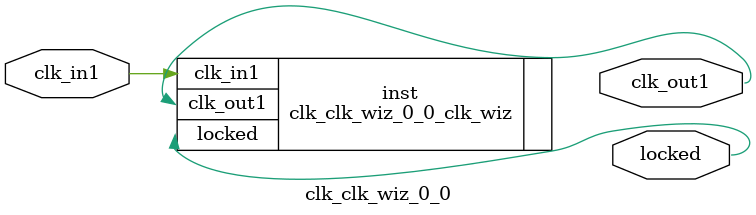
<source format=v>


`timescale 1ps/1ps

(* CORE_GENERATION_INFO = "clk_clk_wiz_0_0,clk_wiz_v6_0_11_0_0,{component_name=clk_clk_wiz_0_0,use_phase_alignment=true,use_min_o_jitter=false,use_max_i_jitter=false,use_dyn_phase_shift=false,use_inclk_switchover=false,use_dyn_reconfig=false,enable_axi=0,feedback_source=FDBK_AUTO,PRIMITIVE=MMCM,num_out_clk=1,clkin1_period=10.000,clkin2_period=10.000,use_power_down=false,use_reset=false,use_locked=true,use_inclk_stopped=false,feedback_type=SINGLE,CLOCK_MGR_TYPE=NA,manual_override=false}" *)

module clk_clk_wiz_0_0 
 (
  // Clock out ports
  output        clk_out1,
  // Status and control signals
  output        locked,
 // Clock in ports
  input         clk_in1
 );

  clk_clk_wiz_0_0_clk_wiz inst
  (
  // Clock out ports  
  .clk_out1(clk_out1),
  // Status and control signals               
  .locked(locked),
 // Clock in ports
  .clk_in1(clk_in1)
  );

endmodule

</source>
